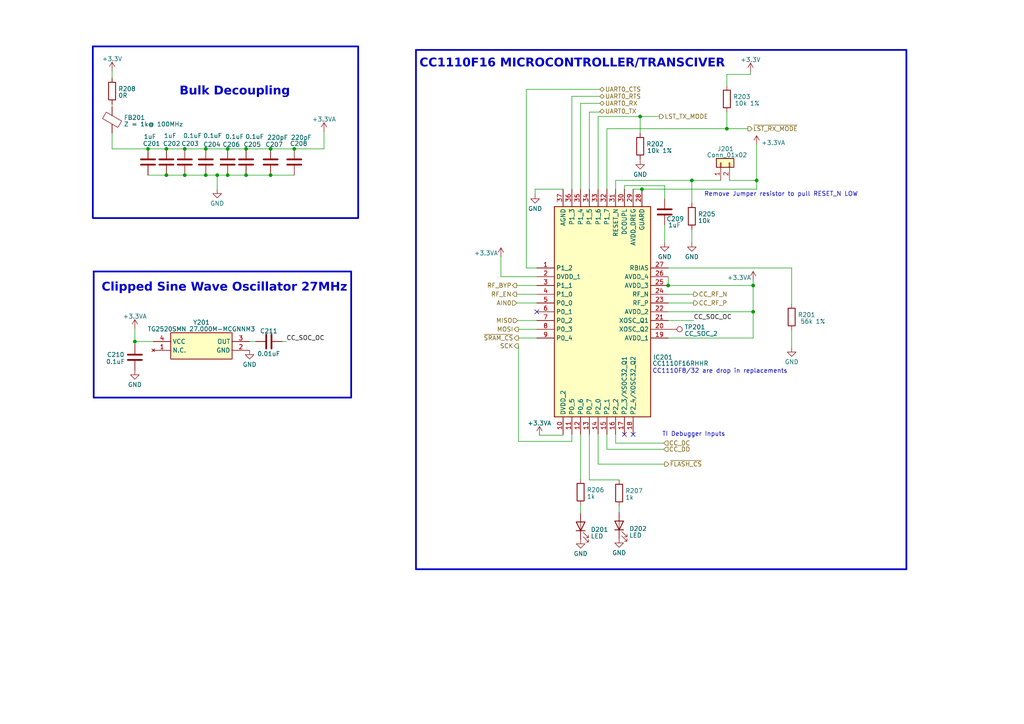
<source format=kicad_sch>
(kicad_sch (version 20230121) (generator eeschema)
  (paper "A4")
  (title_block (company "By: Atharva Kulkarni"))
  (lib_symbols
    (symbol "Connector:TestPoint" (pin_numbers hide) (pin_names (offset 0.762) hide)
      (property "Reference" "TP" (at 0 6.858 0))
      (property "Value" "TestPoint" (at 0 5.08 0))
      (symbol "TestPoint_0_1"
        (circle (center 0 3.302) (radius 0.762))
      )
      (symbol "TestPoint_1_1"
        (pin passive line (at 0 0 90) (length 2.54) (name "1") (number "1"))
      )
    )
    (symbol "Connector_Generic:Conn_01x02" (pin_names (offset 1.016) hide)
      (property "Reference" "J" (at 0 2.54 0))
      (property "Value" "Conn_01x02" (at 0 -5.08 0))
      (symbol "Conn_01x02_1_1"
        (rectangle (start -1.27 -2.413) (end 0 -2.667) (stroke (width 0.1524)))
        (rectangle (start -1.27 0.127) (end 0 -0.127) (stroke (width 0.1524)))
        (rectangle (start -1.27 1.27) (end 1.27 -3.81) (stroke (width 0.254)) (fill (type background)))
        (pin passive line (at -5.08 0 0) (length 3.81) (name "Pin_1") (number "1"))
        (pin passive line (at -5.08 -2.54 0) (length 3.81) (name "Pin_2") (number "2"))
      )
    )
    (symbol "Device:C" (pin_numbers hide) (pin_names (offset 0.254))
      (property "Reference" "C" (at 0.635 2.54 0))
      (property "Value" "C" (at 0.635 -2.54 0))
      (symbol "C_0_1"
        (polyline (pts (xy -2.032 -0.762) (xy 2.032 -0.762)) (stroke (width 0.508)))
        (polyline (pts (xy -2.032 0.762) (xy 2.032 0.762)) (stroke (width 0.508)))
      )
      (symbol "C_1_1"
        (pin passive line (at 0 3.81 270) (length 2.794) (name "~") (number "1"))
        (pin passive line (at 0 -3.81 90) (length 2.794) (name "~") (number "2"))
      )
    )
    (symbol "Device:FerriteBead" (pin_numbers hide) (pin_names (offset 0))
      (property "Reference" "FB" (at -3.81 0.635 90))
      (property "Value" "FerriteBead" (at 3.81 0 90))
      (symbol "FerriteBead_0_1"
        (polyline (pts (xy 0 -1.27) (xy 0 -1.2192)))
        (polyline (pts (xy 0 1.27) (xy 0 1.2954)))
        (polyline (pts (xy -2.7686 0.4064) (xy -1.7018 2.2606) (xy 2.7686 -0.3048) (xy 1.6764 -2.159) (xy -2.7686 0.4064)))
      )
      (symbol "FerriteBead_1_1"
        (pin passive line (at 0 3.81 270) (length 2.54) (name "~") (number "1"))
        (pin passive line (at 0 -3.81 90) (length 2.54) (name "~") (number "2"))
      )
    )
    (symbol "Device:LED" (pin_numbers hide) (pin_names (offset 1.016) hide)
      (property "Reference" "D" (at 0 2.54 0))
      (property "Value" "LED" (at 0 -2.54 0))
      (symbol "LED_0_1"
        (polyline (pts (xy -1.27 -1.27) (xy -1.27 1.27)) (stroke (width 0.254)))
        (polyline (pts (xy -1.27 0) (xy 1.27 0)))
        (polyline (pts (xy 1.27 -1.27) (xy 1.27 1.27) (xy -1.27 0) (xy 1.27 -1.27)) (stroke (width 0.254)))
        (polyline (pts (xy -3.048 -0.762) (xy -4.572 -2.286) (xy -3.81 -2.286) (xy -4.572 -2.286) (xy -4.572 -1.524)))
        (polyline (pts (xy -1.778 -0.762) (xy -3.302 -2.286) (xy -2.54 -2.286) (xy -3.302 -2.286) (xy -3.302 -1.524)))
      )
      (symbol "LED_1_1"
        (pin passive line (at -3.81 0 0) (length 2.54) (name "K") (number "1"))
        (pin passive line (at 3.81 0 180) (length 2.54) (name "A") (number "2"))
      )
    )
    (symbol "Device:R" (pin_numbers hide) (pin_names (offset 0))
      (property "Reference" "R" (at 2.032 0 90))
      (property "Value" "R" (at 0 0 90))
      (symbol "R_0_1"
        (rectangle (start -1.016 -2.54) (end 1.016 2.54) (stroke (width 0.254)))
      )
      (symbol "R_1_1"
        (pin passive line (at 0 3.81 270) (length 1.27) (name "~") (number "1"))
        (pin passive line (at 0 -3.81 90) (length 1.27) (name "~") (number "2"))
      )
    )
    (symbol "SamacSys_Parts:CC1110F16RHHR"
      (property "Reference" "IC" (at 34.29 22.86 0))
      (property "Value" "CC1110F16RHHR" (at 34.29 20.32 0))
      (symbol "CC1110F16RHHR_1_1"
        (rectangle (start 5.08 17.78) (end 33.02 -43.18) (stroke (width 0.254)) (fill (type background)))
        (pin passive line (at 0 0 0) (length 5.08) (name "P1_2") (number "1"))
        (pin passive line (at 7.62 -48.26 90) (length 5.08) (name "DVDD_2") (number "10"))
        (pin passive line (at 10.16 -48.26 90) (length 5.08) (name "P0_5") (number "11"))
        (pin passive line (at 12.7 -48.26 90) (length 5.08) (name "P0_6") (number "12"))
        (pin passive line (at 15.24 -48.26 90) (length 5.08) (name "P0_7") (number "13"))
        (pin passive line (at 17.78 -48.26 90) (length 5.08) (name "P2_0") (number "14"))
        (pin passive line (at 20.32 -48.26 90) (length 5.08) (name "P2_1") (number "15"))
        (pin passive line (at 22.86 -48.26 90) (length 5.08) (name "P2_2") (number "16"))
        (pin passive line (at 25.4 -48.26 90) (length 5.08) (name "P2_3/XSOC32_Q1") (number "17"))
        (pin passive line (at 27.94 -48.26 90) (length 5.08) (name "P2_4/XOSC32_Q2") (number "18"))
        (pin passive line (at 38.1 -20.32 180) (length 5.08) (name "AVDD_1") (number "19"))
        (pin passive line (at 0 -2.54 0) (length 5.08) (name "DVDD_1") (number "2"))
        (pin passive line (at 38.1 -17.78 180) (length 5.08) (name "XOSC_Q2") (number "20"))
        (pin passive line (at 38.1 -15.24 180) (length 5.08) (name "XOSC_Q1") (number "21"))
        (pin passive line (at 38.1 -12.7 180) (length 5.08) (name "AVDD_2") (number "22"))
        (pin passive line (at 38.1 -10.16 180) (length 5.08) (name "RF_P") (number "23"))
        (pin passive line (at 38.1 -7.62 180) (length 5.08) (name "RF_N") (number "24"))
        (pin passive line (at 38.1 -5.08 180) (length 5.08) (name "AVDD_3") (number "25"))
        (pin passive line (at 38.1 -2.54 180) (length 5.08) (name "AVDD_4") (number "26"))
        (pin passive line (at 38.1 0 180) (length 5.08) (name "RBIAS") (number "27"))
        (pin passive line (at 30.48 22.86 270) (length 5.08) (name "GUARD") (number "28"))
        (pin passive line (at 27.94 22.86 270) (length 5.08) (name "AVDD_DREG") (number "29"))
        (pin passive line (at 0 -5.08 0) (length 5.08) (name "P1_1") (number "3"))
        (pin passive line (at 25.4 22.86 270) (length 5.08) (name "DCOUPL") (number "30"))
        (pin passive line (at 22.86 22.86 270) (length 5.08) (name "RESET_N") (number "31"))
        (pin passive line (at 20.32 22.86 270) (length 5.08) (name "P1_7") (number "32"))
        (pin passive line (at 17.78 22.86 270) (length 5.08) (name "P1_6") (number "33"))
        (pin passive line (at 15.24 22.86 270) (length 5.08) (name "P1_5") (number "34"))
        (pin passive line (at 12.7 22.86 270) (length 5.08) (name "P1_4") (number "35"))
        (pin passive line (at 10.16 22.86 270) (length 5.08) (name "P1_3") (number "36"))
        (pin passive line (at 7.62 22.86 270) (length 5.08) (name "AGND") (number "37"))
        (pin passive line (at 0 -7.62 0) (length 5.08) (name "P1_0") (number "4"))
        (pin passive line (at 0 -10.16 0) (length 5.08) (name "P0_0") (number "5"))
        (pin passive line (at 0 -12.7 0) (length 5.08) (name "P0_1") (number "6"))
        (pin passive line (at 0 -15.24 0) (length 5.08) (name "P0_2") (number "7"))
        (pin passive line (at 0 -17.78 0) (length 5.08) (name "P0_3") (number "8"))
        (pin passive line (at 0 -20.32 0) (length 5.08) (name "P0_4") (number "9"))
      )
    )
    (symbol "SamacSys_Parts:TG2520SMN_25.000M-MCGNNM3"
      (property "Reference" "Y" (at 24.13 7.62 0))
      (property "Value" "TG2520SMN_25.000M-MCGNNM3" (at 24.13 5.08 0))
      (symbol "TG2520SMN_25.000M-MCGNNM3_1_1"
        (rectangle (start 5.08 2.54) (end 22.86 -5.08) (stroke (width 0.254)) (fill (type background)))
        (pin no_connect line (at 0 -2.54 0) (length 5.08) (name "N.C.") (number "1"))
        (pin passive line (at 27.94 -2.54 180) (length 5.08) (name "GND") (number "2"))
        (pin passive line (at 27.94 0 180) (length 5.08) (name "OUT") (number "3"))
        (pin passive line (at 0 0 0) (length 5.08) (name "VCC") (number "4"))
      )
    )
    (symbol "power:+3.3V" (power) (pin_names (offset 0))
      (property "Value" "+3.3V" (at 0 3.556 0))
      (symbol "+3.3V_0_1"
        (polyline (pts (xy -0.762 1.27) (xy 0 2.54)))
        (polyline (pts (xy 0 0) (xy 0 2.54)))
        (polyline (pts (xy 0 2.54) (xy 0.762 1.27)))
      )
      (symbol "+3.3V_1_1"
        (pin power_in line (at 0 0 90) (length 0) hide (name "+3.3V") (number "1"))
      )
    )
    (symbol "power:+3.3VA" (power) (pin_names (offset 0))
      (property "Value" "+3.3VA" (at 0 3.556 0))
      (symbol "+3.3VA_0_1"
        (polyline (pts (xy -0.762 1.27) (xy 0 2.54)))
        (polyline (pts (xy 0 0) (xy 0 2.54)))
        (polyline (pts (xy 0 2.54) (xy 0.762 1.27)))
      )
      (symbol "+3.3VA_1_1"
        (pin power_in line (at 0 0 90) (length 0) hide (name "+3.3VA") (number "1"))
      )
    )
    (symbol "power:GND" (power) (pin_names (offset 0))
      (property "Value" "GND" (at 0 -3.81 0))
      (symbol "GND_0_1"
        (polyline (pts (xy 0 0) (xy 0 -1.27) (xy 1.27 -1.27) (xy 0 -2.54) (xy -1.27 -1.27) (xy 0 -1.27)))
      )
      (symbol "GND_1_1"
        (pin power_in line (at 0 0 270) (length 0) hide (name "GND") (number "1"))
      )
    )
  )
  (junction (at 62.992 50.8))
  (junction (at 85.344 43.18))
  (junction (at 42.926 43.18))
  (junction (at 185.674 33.782))
  (junction (at 48.26 50.8))
  (junction (at 218.44 82.804))
  (junction (at 219.456 52.324))
  (junction (at 59.69 43.18))
  (junction (at 71.374 43.18))
  (junction (at 39.116 99.06))
  (junction (at 71.374 50.8))
  (junction (at 193.802 82.804))
  (junction (at 218.44 90.424))
  (junction (at 66.04 43.18))
  (junction (at 200.66 52.324))
  (junction (at 53.594 50.8))
  (junction (at 78.486 50.8))
  (junction (at 48.26 43.18))
  (junction (at 53.594 43.18))
  (junction (at 59.69 50.8))
  (junction (at 210.82 37.338))
  (junction (at 186.182 54.864))
  (junction (at 66.04 50.8))
  (junction (at 78.486 43.18))
  (no_connect (at 183.642 125.984))
  (no_connect (at 155.702 90.424))
  (no_connect (at 181.102 125.984))
  (wire (pts (xy 149.86 87.884) (xy 155.702 87.884)))
  (wire (pts (xy 62.992 50.8) (xy 62.992 54.864)))
  (wire (pts (xy 176.022 37.338) (xy 176.022 54.864)))
  (wire (pts (xy 200.66 52.324) (xy 209.042 52.324)))
  (wire (pts (xy 165.862 27.94) (xy 165.862 54.864)))
  (wire (pts (xy 71.374 43.18) (xy 78.486 43.18)))
  (wire (pts (xy 93.98 43.18) (xy 93.98 38.1)))
  (wire (pts (xy 173.99 32.258) (xy 173.99 32.512)))
  (wire (pts (xy 201.168 87.884) (xy 193.802 87.884)))
  (wire (pts (xy 229.616 95.758) (xy 229.616 100.838)))
  (wire (pts (xy 145.288 74.422) (xy 145.288 80.264)))
  (wire (pts (xy 173.482 125.984) (xy 173.482 134.62)))
  (wire (pts (xy 200.66 52.324) (xy 200.66 58.928)))
  (wire (pts (xy 78.486 50.8) (xy 85.344 50.8)))
  (wire (pts (xy 152.654 77.724) (xy 155.702 77.724)))
  (wire (pts (xy 32.512 43.18) (xy 42.926 43.18)))
  (wire (pts (xy 48.26 43.18) (xy 53.594 43.18)))
  (wire (pts (xy 78.486 43.18) (xy 85.344 43.18)))
  (wire (pts (xy 193.802 80.264) (xy 193.802 82.804)))
  (wire (pts (xy 173.99 32.512) (xy 170.942 32.512)))
  (wire (pts (xy 163.322 126.238) (xy 163.322 125.984)))
  (wire (pts (xy 62.992 50.8) (xy 66.04 50.8)))
  (wire (pts (xy 39.116 99.06) (xy 39.116 99.822)))
  (wire (pts (xy 218.44 82.804) (xy 218.44 90.424)))
  (wire (pts (xy 229.616 77.724) (xy 229.616 88.138)))
  (wire (pts (xy 53.594 43.18) (xy 59.69 43.18)))
  (wire (pts (xy 173.99 25.908) (xy 152.654 25.908)))
  (wire (pts (xy 150.368 98.044) (xy 155.702 98.044)))
  (wire (pts (xy 210.82 21.59) (xy 210.82 24.892)))
  (wire (pts (xy 149.86 82.804) (xy 155.702 82.804)))
  (wire (pts (xy 170.942 139.192) (xy 179.578 139.192)))
  (wire (pts (xy 150.114 92.964) (xy 155.702 92.964)))
  (wire (pts (xy 191.262 33.782) (xy 185.674 33.782)))
  (wire (pts (xy 178.562 125.984) (xy 178.562 128.524)))
  (wire (pts (xy 32.512 30.226) (xy 32.512 30.988)))
  (wire (pts (xy 81.788 99.06) (xy 83.058 99.06)))
  (wire (pts (xy 219.456 54.864) (xy 186.182 54.864)))
  (wire (pts (xy 32.512 20.574) (xy 32.512 22.606)))
  (wire (pts (xy 217.678 21.59) (xy 217.678 20.828)))
  (wire (pts (xy 219.456 41.91) (xy 219.456 52.324)))
  (wire (pts (xy 193.802 82.804) (xy 218.44 82.804)))
  (wire (pts (xy 176.022 37.338) (xy 210.82 37.338)))
  (wire (pts (xy 178.562 54.864) (xy 178.562 52.324)))
  (wire (pts (xy 193.802 90.424) (xy 218.44 90.424)))
  (wire (pts (xy 178.562 128.524) (xy 192.532 128.524)))
  (wire (pts (xy 149.86 85.344) (xy 155.702 85.344)))
  (wire (pts (xy 217.678 21.59) (xy 210.82 21.59)))
  (wire (pts (xy 173.482 134.62) (xy 192.786 134.62)))
  (wire (pts (xy 168.402 146.558) (xy 168.402 148.844)))
  (wire (pts (xy 200.66 66.548) (xy 200.66 70.358)))
  (wire (pts (xy 42.926 43.18) (xy 48.26 43.18)))
  (wire (pts (xy 173.99 27.94) (xy 165.862 27.94)))
  (wire (pts (xy 173.482 33.782) (xy 173.482 54.864)))
  (wire (pts (xy 72.39 99.06) (xy 74.168 99.06)))
  (wire (pts (xy 71.374 50.8) (xy 78.486 50.8)))
  (wire (pts (xy 150.368 100.33) (xy 150.368 128.016)))
  (wire (pts (xy 165.862 125.984) (xy 165.862 128.016)))
  (wire (pts (xy 178.562 52.324) (xy 200.66 52.324)))
  (wire (pts (xy 193.802 85.344) (xy 201.168 85.344)))
  (wire (pts (xy 173.99 29.972) (xy 168.402 29.972)))
  (wire (pts (xy 165.862 128.016) (xy 150.368 128.016)))
  (wire (pts (xy 163.322 54.864) (xy 155.194 54.864)))
  (wire (pts (xy 185.674 46.228) (xy 185.674 46.482)))
  (wire (pts (xy 66.04 50.8) (xy 71.374 50.8)))
  (wire (pts (xy 211.582 52.324) (xy 219.456 52.324)))
  (wire (pts (xy 176.022 130.302) (xy 192.532 130.302)))
  (wire (pts (xy 59.69 50.8) (xy 62.992 50.8)))
  (wire (pts (xy 168.402 125.984) (xy 168.402 138.938)))
  (wire (pts (xy 192.786 53.848) (xy 192.786 57.658)))
  (wire (pts (xy 48.26 50.8) (xy 53.594 50.8)))
  (wire (pts (xy 210.82 32.512) (xy 210.82 37.338)))
  (wire (pts (xy 155.194 54.864) (xy 155.194 56.388)))
  (wire (pts (xy 218.44 90.424) (xy 218.44 98.044)))
  (wire (pts (xy 181.102 54.864) (xy 181.102 53.848)))
  (wire (pts (xy 183.642 54.864) (xy 186.182 54.864)))
  (wire (pts (xy 32.512 38.608) (xy 32.512 43.18)))
  (wire (pts (xy 156.464 126.238) (xy 163.322 126.238)))
  (wire (pts (xy 39.116 99.06) (xy 39.116 95.25)))
  (wire (pts (xy 193.802 92.964) (xy 201.168 92.964)))
  (wire (pts (xy 44.45 99.06) (xy 39.116 99.06)))
  (wire (pts (xy 150.368 95.504) (xy 155.702 95.504)))
  (wire (pts (xy 181.102 53.848) (xy 192.786 53.848)))
  (wire (pts (xy 193.802 77.724) (xy 229.616 77.724)))
  (wire (pts (xy 176.022 125.984) (xy 176.022 130.302)))
  (wire (pts (xy 168.402 29.972) (xy 168.402 54.864)))
  (wire (pts (xy 152.654 25.908) (xy 152.654 77.724)))
  (wire (pts (xy 216.916 37.338) (xy 210.82 37.338)))
  (wire (pts (xy 66.04 43.18) (xy 71.374 43.18)))
  (wire (pts (xy 179.578 146.812) (xy 179.578 148.59)))
  (wire (pts (xy 59.69 43.18) (xy 66.04 43.18)))
  (wire (pts (xy 185.674 33.782) (xy 173.482 33.782)))
  (wire (pts (xy 170.942 125.984) (xy 170.942 139.192)))
  (wire (pts (xy 219.456 52.324) (xy 219.456 54.864)))
  (wire (pts (xy 218.44 81.28) (xy 218.44 82.804)))
  (wire (pts (xy 170.942 32.512) (xy 170.942 54.864)))
  (wire (pts (xy 218.44 98.044) (xy 193.802 98.044)))
  (wire (pts (xy 42.926 50.8) (xy 48.26 50.8)))
  (wire (pts (xy 192.786 65.278) (xy 192.786 70.358)))
  (wire (pts (xy 145.288 80.264) (xy 155.702 80.264)))
  (wire (pts (xy 185.674 33.782) (xy 185.674 38.608)))
  (wire (pts (xy 85.344 43.18) (xy 93.98 43.18)))
  (wire (pts (xy 53.594 50.8) (xy 59.69 50.8)))
  (rectangle (start 120.65 14.478) (end 262.89 165.1) (stroke (width 0.5)))
  (rectangle (start 26.924 13.462) (end 103.886 63.246) (stroke (width 0.5)))
  (rectangle (start 27.178 78.74) (end 101.854 115.316) (stroke (width 0.5)))
  (text "CC1110F8/32 are drop in replacements" (at 189.23 108.458 0) (effects (font (size 1.27 1.27)) (justify left bottom)))
  (text "Remove Jumper resistor to pull RESET_N LOW\n\n" (at 204.216 59.182 0) (effects (font (size 1.27 1.27)) (justify left bottom)))
  (text "Bulk Decoupling" (at 52.07 28.702 0) (effects (font (size 2.5 2.5) (thickness 0.254) bold) (justify left bottom)))
  (text "Clipped Sine Wave Oscillator 27MHz" (at 29.464 85.598 0) (effects (font (size 2.5 2.5) (thickness 0.254) bold) (justify left bottom)))
  (text "CC1110F16 MICROCONTROLLER/TRANSCIVER" (at 121.666 20.574 0) (effects (font (size 2.5 2.5) (thickness 0.254) bold) (justify left bottom)))
  (text "TI Debugger Inputs\n" (at 192.024 126.746 0) (effects (font (size 1.27 1.27)) (justify left bottom)))
  (label "CC_SOC_OC" (at 83.058 99.06 0))
  (label "CC_SOC_OC" (at 201.168 92.964 0))
  (hierarchical_label "UART0_CTS" (shape bidirectional) (at 173.99 25.908 0))
  (hierarchical_label "MOSI" (shape output) (at 150.368 95.504 180))
  (hierarchical_label "CC_DD" (shape input) (at 192.532 130.302 0))
  (hierarchical_label "RF_BYP" (shape output) (at 149.86 82.804 180))
  (hierarchical_label "UART0_TX" (shape bidirectional) (at 173.99 32.258 0))
  (hierarchical_label "LST_TX_MODE" (shape output) (at 191.262 33.782 0))
  (hierarchical_label "~{LST_RX_MODE}" (shape output) (at 216.916 37.338 0))
  (hierarchical_label "UART0_RTS" (shape bidirectional) (at 173.99 27.94 0))
  (hierarchical_label "CC_RF_N" (shape output) (at 201.168 85.344 0))
  (hierarchical_label "RF_EN" (shape output) (at 149.86 85.344 180))
  (hierarchical_label "AIN0" (shape input) (at 149.86 87.884 180))
  (hierarchical_label "~{FLASH_CS}" (shape output) (at 192.786 134.62 0))
  (hierarchical_label "CC_DC" (shape input) (at 192.532 128.524 0))
  (hierarchical_label "SCK" (shape output) (at 150.368 100.33 180))
  (hierarchical_label "CC_RF_P" (shape output) (at 201.168 87.884 0))
  (hierarchical_label "~{SRAM_CS}" (shape output) (at 150.368 98.044 180))
  (hierarchical_label "MISO" (shape input) (at 150.114 92.964 180))
  (hierarchical_label "UART0_RX" (shape bidirectional) (at 173.99 29.972 0))
  (symbol (lib_id "Device:LED") (at 179.578 152.4 90) (unit 1)
    (property "Reference" "D202" (at 182.499 153.3438 90) (effects (justify right)))
    (property "Value" "LED" (at 182.499 155.2648 90) (effects (justify right)))
    (property "Footprint" "LED_SMD:LED_0603_1608Metric_Pad1.05x0.95mm_HandSolder" (effects hide))
  )
  (symbol (lib_id "Device:R") (at 185.674 42.418 0) (unit 1)
    (property "Reference" "R202" (at 187.452 41.7743 0) (effects (justify left)))
    (property "Value" " 10k 1%" (at 186.69 43.688 0) (effects (justify left)))
    (property "Footprint" "Resistor_SMD:R_0603_1608Metric_Pad0.98x0.95mm_HandSolder" (effects hide))
  )
  (symbol (lib_id "Device:R") (at 210.82 28.702 0) (unit 1)
    (property "Reference" "R203" (at 212.598 28.0583 0) (effects (justify left)))
    (property "Value" " 10k 1%" (at 212.09 29.972 0) (effects (justify left)))
    (property "Footprint" "Resistor_SMD:R_0603_1608Metric_Pad0.98x0.95mm_HandSolder" (effects hide))
  )
  (symbol (lib_id "SamacSys_Parts:CC1110F16RHHR") (at 155.702 77.724 0) (unit 1)
    (property "Reference" "IC201" (at 192.278 103.632 0))
    (property "Value" "CC1110F16RHHR" (at 197.358 105.41 0))
    (property "Footprint" "SamacSys_Parts:QFN50P600X600X100-37N-D" (effects hide))
    (property "Datasheet" "https://www.ti.com/lit/ds/symlink/cc1110-cc1111.pdf?ts=1643094715911&ref_url=https%253A%252F%252Fwww.ti.com%252Fstore%252Fti%252Fen%252Fp%252Fproduct%252F%253Fp%253DCC1110F16RHHR" (effects hide))
    (property "Height" "1" (effects hide))
    (property "Manufacturer_Name" "Texas Instruments" (effects hide))
    (property "Manufacturer_Part_Number" "CC1110F16RHHR" (effects hide))
    (property "Mouser Part Number" "595-CC1110F16RHHR" (effects hide))
    (property "Mouser Price/Stock" "https://www.mouser.co.uk/ProductDetail/Texas-Instruments/CC1110F16RHHR?qs=OHhYoCux73nd4W9JAtHgGg%3D%3D" (effects hide))
    (property "Arrow Part Number" "CC1110F16RHHR" (effects hide))
    (property "Arrow Price/Stock" "https://www.arrow.com/en/products/cc1110f16rhhr/texas-instruments" (effects hide))
  )
  (symbol (lib_id "power:GND") (at 179.578 156.21 0) (unit 1)
    (property "Reference" "#PWR0214" (effects hide))
    (property "Value" "GND" (at 179.578 160.3455 0))
  )
  (symbol (lib_id "power:GND") (at 200.66 70.358 0) (unit 1)
    (property "Reference" "#PWR0215" (effects hide))
    (property "Value" "GND" (at 200.66 74.4935 0))
  )
  (symbol (lib_id "Device:C") (at 59.69 46.99 0) (unit 1)
    (property "Reference" "C204" (at 58.928 41.91 0) (effects (justify left)))
    (property "Value" "0.1uF" (at 58.928 39.37 0) (effects (justify left)))
    (property "Footprint" "Capacitor_SMD:C_0603_1608Metric_Pad1.08x0.95mm_HandSolder" (effects hide))
  )
  (symbol (lib_id "power:GND") (at 229.616 100.838 0) (unit 1)
    (property "Reference" "#PWR0208" (effects hide))
    (property "Value" "GND" (at 229.616 104.9735 0))
  )
  (symbol (lib_id "power:+3.3V") (at 217.678 20.828 0) (unit 1)
    (property "Reference" "#PWR0209" (effects hide))
    (property "Value" "+3.3V" (at 217.678 17.3261 0))
  )
  (symbol (lib_id "SamacSys_Parts:TG2520SMN_25.000M-MCGNNM3") (at 44.45 99.06 0) (unit 1)
    (property "Reference" "Y201" (at 58.42 93.5101 0))
    (property "Value" "TG2520SMN 27.000M-MCGNNM3" (at 58.42 95.4311 0))
    (property "Footprint" "SamacSys_Parts:TG2520SMN25000MMCGNNM3" (effects hide))
    (property "Datasheet" "https://eu.mouser.com/datasheet/2/137/Epson_TG2016SMN_en_1649545-1889946.pdf" (effects hide))
    (property "Height" "0.8" (effects hide))
    (property "Manufacturer_Name" "Epson Timing" (effects hide))
    (property "Manufacturer_Part_Number" "TG2520SMN 25.000M-MCGNNM3" (effects hide))
    (property "Mouser Part Number" "732-TG252S25MCGNNM3" (effects hide))
    (property "Mouser Price/Stock" "https://www.mouser.co.uk/ProductDetail/Epson-Timing/TG2520SMN-25000M-MCGNNM3?qs=d0WKAl%252BL4KZQteAANN4ymg%3D%3D" (effects hide))
  )
  (symbol (lib_id "power:GND") (at 168.402 156.464 0) (unit 1)
    (property "Reference" "#PWR0213" (effects hide))
    (property "Value" "GND" (at 168.402 160.5995 0))
  )
  (symbol (lib_id "power:GND") (at 72.39 101.6 0) (unit 1)
    (property "Reference" "#PWR0218" (effects hide))
    (property "Value" "GND" (at 72.39 105.7355 0))
  )
  (symbol (lib_id "Device:C") (at 48.26 46.99 0) (unit 1)
    (property "Reference" "C202" (at 47.244 41.656 0) (effects (justify left)))
    (property "Value" "1uF" (at 47.498 39.37 0) (effects (justify left)))
    (property "Footprint" "Capacitor_SMD:C_0603_1608Metric_Pad1.08x0.95mm_HandSolder" (effects hide))
  )
  (symbol (lib_id "Connector_Generic:Conn_01x02") (at 209.042 47.244 90) (unit 1)
    (property "Reference" "J201" (at 208.026 43.18 90) (effects (justify right)))
    (property "Value" "Conn_01x02" (at 204.978 44.958 90) (effects (justify right)))
    (property "Footprint" "Connector_PinHeader_1.27mm:PinHeader_1x02_P1.27mm_Vertical" (effects hide))
  )
  (symbol (lib_id "Device:R") (at 229.616 91.948 0) (unit 1)
    (property "Reference" "R201" (at 231.394 91.3043 0) (effects (justify left)))
    (property "Value" " 56k 1%" (at 231.14 93.218 0) (effects (justify left)))
    (property "Footprint" "Resistor_SMD:R_0603_1608Metric_Pad0.98x0.95mm_HandSolder" (effects hide))
  )
  (symbol (lib_id "Device:C") (at 77.978 99.06 90) (unit 1)
    (property "Reference" "C211" (at 80.518 96.012 90) (effects (justify left)))
    (property "Value" "0.01uF" (at 81.28 102.616 90) (effects (justify left)))
    (property "Footprint" "Capacitor_SMD:C_0603_1608Metric_Pad1.08x0.95mm_HandSolder" (effects hide))
  )
  (symbol (lib_id "power:+3.3VA") (at 39.116 95.25 0) (unit 1)
    (property "Reference" "#PWR0216" (effects hide))
    (property "Value" "+3.3VA" (at 39.116 91.7481 0))
  )
  (symbol (lib_id "power:+3.3V") (at 32.512 20.574 0) (unit 1)
    (property "Reference" "#PWR0201" (effects hide))
    (property "Value" "+3.3V" (at 32.512 17.0721 0))
  )
  (symbol (lib_id "power:GND") (at 192.786 70.358 0) (unit 1)
    (property "Reference" "#PWR0211" (effects hide))
    (property "Value" "GND" (at 192.786 74.4935 0))
  )
  (symbol (lib_id "Device:C") (at 192.786 61.468 0) (unit 1)
    (property "Reference" "C209" (at 193.294 63.5 0) (effects (justify left)))
    (property "Value" "1uF" (at 193.802 65.278 0) (effects (justify left)))
    (property "Footprint" "Capacitor_SMD:C_0603_1608Metric_Pad1.08x0.95mm_HandSolder" (effects hide))
  )
  (symbol (lib_id "power:GND") (at 62.992 54.864 0) (unit 1)
    (property "Reference" "#PWR0202" (effects hide))
    (property "Value" "GND" (at 62.992 58.9995 0))
  )
  (symbol (lib_id "Device:C") (at 42.926 46.99 0) (unit 1)
    (property "Reference" "C201" (at 41.402 41.656 0) (effects (justify left)))
    (property "Value" "1uF" (at 41.656 39.624 0) (effects (justify left)))
    (property "Footprint" "Capacitor_SMD:C_0603_1608Metric_Pad1.08x0.95mm_HandSolder" (effects hide))
  )
  (symbol (lib_id "Device:R") (at 32.512 26.416 180) (unit 1)
    (property "Reference" "R208" (at 34.29 25.7723 0) (effects (justify right)))
    (property "Value" "0R" (at 34.29 27.6933 0) (effects (justify right)))
    (property "Footprint" "Resistor_SMD:R_0603_1608Metric_Pad0.98x0.95mm_HandSolder" (effects hide))
  )
  (symbol (lib_id "power:+3.3VA") (at 93.98 38.1 0) (unit 1)
    (property "Reference" "#PWR0203" (effects hide))
    (property "Value" "+3.3VA" (at 93.98 34.5981 0))
  )
  (symbol (lib_id "power:+3.3VA") (at 145.288 74.422 0) (unit 1)
    (property "Reference" "#PWR0204" (effects hide))
    (property "Value" "+3.3VA" (at 140.97 73.406 0))
  )
  (symbol (lib_id "power:+3.3VA") (at 218.44 81.28 0) (unit 1)
    (property "Reference" "#PWR0206" (effects hide))
    (property "Value" "+3.3VA" (at 214.376 80.518 0))
  )
  (symbol (lib_id "Device:R") (at 168.402 142.748 0) (unit 1)
    (property "Reference" "R206" (at 170.18 142.1043 0) (effects (justify left)))
    (property "Value" "1k" (at 170.18 144.0253 0) (effects (justify left)))
    (property "Footprint" "Resistor_SMD:R_0603_1608Metric_Pad0.98x0.95mm_HandSolder" (effects hide))
  )
  (symbol (lib_id "power:+3.3VA") (at 219.456 41.91 0) (unit 1)
    (property "Reference" "#PWR0207" (effects hide))
    (property "Value" "+3.3VA" (at 224.282 41.402 0))
  )
  (symbol (lib_id "power:GND") (at 185.674 46.482 0) (unit 1)
    (property "Reference" "#PWR0210" (effects hide))
    (property "Value" "GND" (at 185.674 50.6175 0))
  )
  (symbol (lib_id "power:+3.3VA") (at 156.464 126.238 0) (unit 1)
    (property "Reference" "#PWR0205" (effects hide))
    (property "Value" "+3.3VA" (at 156.464 122.7361 0))
  )
  (symbol (lib_id "Device:C") (at 71.374 46.99 0) (unit 1)
    (property "Reference" "C205" (at 70.612 41.91 0) (effects (justify left)))
    (property "Value" "0.1uF" (at 71.12 39.624 0) (effects (justify left)))
    (property "Footprint" "Capacitor_SMD:C_0603_1608Metric_Pad1.08x0.95mm_HandSolder" (effects hide))
  )
  (symbol (lib_id "Connector:TestPoint") (at 193.802 95.504 270) (unit 1)
    (property "Reference" "TP201" (at 198.501 94.8603 90) (effects (justify left)))
    (property "Value" "CC_SOC_2" (at 198.501 96.7813 90) (effects (justify left)))
    (property "Footprint" "TestPoint:TestPoint_Loop_D3.50mm_Drill1.4mm_Beaded" (effects hide))
  )
  (symbol (lib_id "power:GND") (at 39.116 107.442 0) (unit 1)
    (property "Reference" "#PWR0217" (effects hide))
    (property "Value" "GND" (at 39.116 111.5775 0))
  )
  (symbol (lib_id "Device:C") (at 66.04 46.99 0) (unit 1)
    (property "Reference" "C206" (at 64.516 41.91 0) (effects (justify left)))
    (property "Value" "0.1uF" (at 65.278 39.624 0) (effects (justify left)))
    (property "Footprint" "Capacitor_SMD:C_0603_1608Metric_Pad1.08x0.95mm_HandSolder" (effects hide))
  )
  (symbol (lib_id "power:GND") (at 155.194 56.388 0) (unit 1)
    (property "Reference" "#PWR0212" (effects hide))
    (property "Value" "GND" (at 155.194 60.5235 0))
  )
  (symbol (lib_id "Device:LED") (at 168.402 152.654 90) (unit 1)
    (property "Reference" "D201" (at 171.323 153.5978 90) (effects (justify right)))
    (property "Value" "LED" (at 171.323 155.5188 90) (effects (justify right)))
    (property "Footprint" "LED_SMD:LED_0603_1608Metric_Pad1.05x0.95mm_HandSolder" (effects hide))
  )
  (symbol (lib_id "Device:C") (at 85.344 46.99 0) (unit 1)
    (property "Reference" "C208" (at 84.074 41.656 0) (effects (justify left)))
    (property "Value" "220pF" (at 84.328 39.878 0) (effects (justify left)))
    (property "Footprint" "Capacitor_SMD:C_0603_1608Metric_Pad1.08x0.95mm_HandSolder" (effects hide))
  )
  (symbol (lib_id "Device:C") (at 53.594 46.99 0) (unit 1)
    (property "Reference" "C203" (at 52.578 41.656 0) (effects (justify left)))
    (property "Value" "0.1uF" (at 53.086 39.37 0) (effects (justify left)))
    (property "Footprint" "Capacitor_SMD:C_0603_1608Metric_Pad1.08x0.95mm_HandSolder" (effects hide))
  )
  (symbol (lib_id "Device:FerriteBead") (at 32.512 34.798 0) (unit 1)
    (property "Reference" "FB201" (at 35.9156 34.1035 0) (effects (justify left)))
    (property "Value" "Z = 1k@ 100MHz" (at 35.9156 36.0245 0) (effects (justify left)))
    (property "Footprint" "Inductor_SMD:L_0603_1608Metric_Pad1.05x0.95mm_HandSolder" (effects hide))
  )
  (symbol (lib_id "Device:R") (at 200.66 62.738 0) (unit 1)
    (property "Reference" "R205" (at 202.438 62.0943 0) (effects (justify left)))
    (property "Value" "10k" (at 202.438 64.0153 0) (effects (justify left)))
    (property "Footprint" "Resistor_SMD:R_0603_1608Metric_Pad0.98x0.95mm_HandSolder" (effects hide))
  )
  (symbol (lib_id "Device:C") (at 78.486 46.99 0) (unit 1)
    (property "Reference" "C207" (at 76.962 41.91 0) (effects (justify left)))
    (property "Value" "220pF" (at 77.47 39.878 0) (effects (justify left)))
    (property "Footprint" "Capacitor_SMD:C_0603_1608Metric_Pad1.08x0.95mm_HandSolder" (effects hide))
  )
  (symbol (lib_id "Device:R") (at 179.578 143.002 0) (unit 1)
    (property "Reference" "R207" (at 181.356 142.3583 0) (effects (justify left)))
    (property "Value" "1k" (at 181.356 144.2793 0) (effects (justify left)))
    (property "Footprint" "Resistor_SMD:R_0603_1608Metric_Pad0.98x0.95mm_HandSolder" (effects hide))
  )
  (symbol (lib_id "Device:C") (at 39.116 103.632 0) (unit 1)
    (property "Reference" "C210" (at 30.988 102.87 0) (effects (justify left)))
    (property "Value" "0.1uF" (at 30.734 104.902 0) (effects (justify left)))
    (property "Footprint" "Capacitor_SMD:C_0603_1608Metric_Pad1.08x0.95mm_HandSolder" (effects hide))
  )
)
</source>
